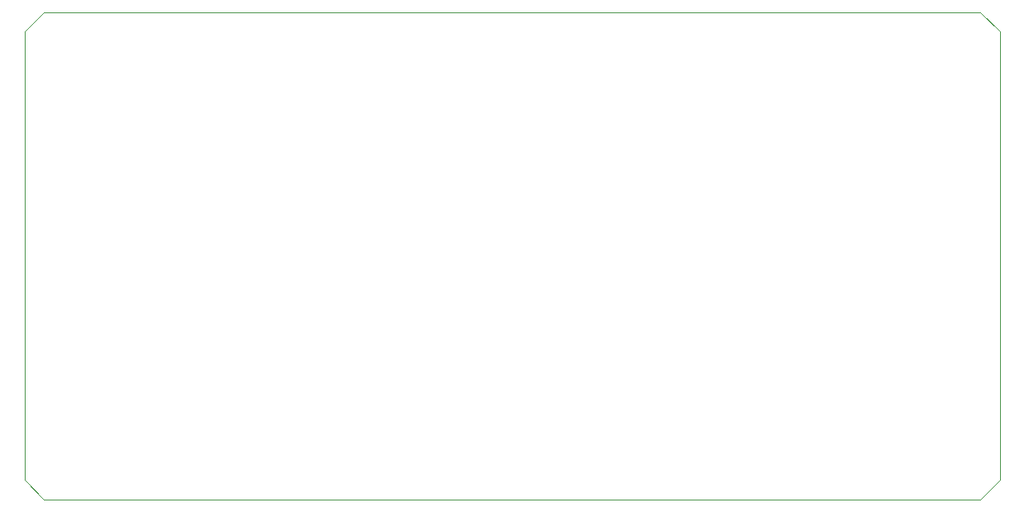
<source format=gbr>
%TF.GenerationSoftware,Altium Limited,Altium Designer,21.0.8 (223)*%
G04 Layer_Color=0*
%FSLAX45Y45*%
%MOMM*%
%TF.SameCoordinates,7FD7D5E1-462F-4728-A759-DAD797B293AC*%
%TF.FilePolarity,Positive*%
%TF.FileFunction,Profile,NP*%
%TF.Part,Single*%
G01*
G75*
%TA.AperFunction,Profile*%
%ADD121C,0.02540*%
D121*
X10000000Y200000D02*
X9800000Y0D01*
X200000D01*
X0Y200000D01*
X0Y4800000D01*
X200000Y5000000D01*
X9800000D01*
X10000000Y4800000D01*
Y200000D01*
%TF.MD5,c3bb593f52d5399a6c3fff3c64449297*%
M02*

</source>
